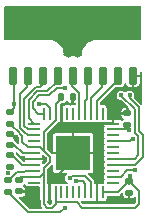
<source format=gbr>
%TF.GenerationSoftware,KiCad,Pcbnew,(6.0.8)*%
%TF.CreationDate,2022-12-19T21:27:52+01:00*%
%TF.ProjectId,Genna,47656e6e-612e-46b6-9963-61645f706362,rev?*%
%TF.SameCoordinates,Original*%
%TF.FileFunction,Copper,L2,Bot*%
%TF.FilePolarity,Positive*%
%FSLAX46Y46*%
G04 Gerber Fmt 4.6, Leading zero omitted, Abs format (unit mm)*
G04 Created by KiCad (PCBNEW (6.0.8)) date 2022-12-19 21:27:52*
%MOMM*%
%LPD*%
G01*
G04 APERTURE LIST*
G04 Aperture macros list*
%AMRoundRect*
0 Rectangle with rounded corners*
0 $1 Rounding radius*
0 $2 $3 $4 $5 $6 $7 $8 $9 X,Y pos of 4 corners*
0 Add a 4 corners polygon primitive as box body*
4,1,4,$2,$3,$4,$5,$6,$7,$8,$9,$2,$3,0*
0 Add four circle primitives for the rounded corners*
1,1,$1+$1,$2,$3*
1,1,$1+$1,$4,$5*
1,1,$1+$1,$6,$7*
1,1,$1+$1,$8,$9*
0 Add four rect primitives between the rounded corners*
20,1,$1+$1,$2,$3,$4,$5,0*
20,1,$1+$1,$4,$5,$6,$7,0*
20,1,$1+$1,$6,$7,$8,$9,0*
20,1,$1+$1,$8,$9,$2,$3,0*%
G04 Aperture macros list end*
%TA.AperFunction,SMDPad,CuDef*%
%ADD10RoundRect,0.135000X0.185000X-0.135000X0.185000X0.135000X-0.185000X0.135000X-0.185000X-0.135000X0*%
%TD*%
%TA.AperFunction,SMDPad,CuDef*%
%ADD11RoundRect,0.135000X-0.185000X0.135000X-0.185000X-0.135000X0.185000X-0.135000X0.185000X0.135000X0*%
%TD*%
%TA.AperFunction,SMDPad,CuDef*%
%ADD12RoundRect,0.140000X0.140000X0.170000X-0.140000X0.170000X-0.140000X-0.170000X0.140000X-0.170000X0*%
%TD*%
%TA.AperFunction,SMDPad,CuDef*%
%ADD13RoundRect,0.062500X-0.475000X-0.062500X0.475000X-0.062500X0.475000X0.062500X-0.475000X0.062500X0*%
%TD*%
%TA.AperFunction,SMDPad,CuDef*%
%ADD14RoundRect,0.062500X-0.062500X-0.475000X0.062500X-0.475000X0.062500X0.475000X-0.062500X0.475000X0*%
%TD*%
%TA.AperFunction,SMDPad,CuDef*%
%ADD15R,3.000000X3.000000*%
%TD*%
%TA.AperFunction,SMDPad,CuDef*%
%ADD16RoundRect,0.140000X-0.170000X0.140000X-0.170000X-0.140000X0.170000X-0.140000X0.170000X0.140000X0*%
%TD*%
%TA.AperFunction,SMDPad,CuDef*%
%ADD17RoundRect,0.187500X-0.187500X0.562500X-0.187500X-0.562500X0.187500X-0.562500X0.187500X0.562500X0*%
%TD*%
%TA.AperFunction,SMDPad,CuDef*%
%ADD18RoundRect,0.140000X0.170000X-0.140000X0.170000X0.140000X-0.170000X0.140000X-0.170000X-0.140000X0*%
%TD*%
%TA.AperFunction,ViaPad*%
%ADD19C,0.400000*%
%TD*%
%TA.AperFunction,Conductor*%
%ADD20C,0.150000*%
%TD*%
G04 APERTURE END LIST*
D10*
%TO.P,R2,1*%
%TO.N,Net-(J1-Pad3)*%
X129060000Y-82600000D03*
%TO.P,R2,2*%
%TO.N,Net-(R2-Pad2)*%
X129060000Y-81580000D03*
%TD*%
%TO.P,R3,1*%
%TO.N,+5V*%
X129080000Y-78880000D03*
%TO.P,R3,2*%
%TO.N,RST*%
X129080000Y-77860000D03*
%TD*%
D11*
%TO.P,R1,1*%
%TO.N,Net-(R1-Pad1)*%
X128920000Y-83630000D03*
%TO.P,R1,2*%
%TO.N,Net-(J1-Pad2)*%
X128920000Y-84650000D03*
%TD*%
D12*
%TO.P,C5,1*%
%TO.N,GND*%
X134380000Y-76600000D03*
%TO.P,C5,2*%
%TO.N,+5V*%
X133420000Y-76600000D03*
%TD*%
D13*
%TO.P,U1,1,PE6*%
%TO.N,unconnected-(U1-Pad1)*%
X131097500Y-83875000D03*
%TO.P,U1,2,UVCC*%
%TO.N,+5V*%
X131097500Y-83375000D03*
%TO.P,U1,3,D-*%
%TO.N,Net-(R1-Pad1)*%
X131097500Y-82875000D03*
%TO.P,U1,4,D+*%
%TO.N,Net-(R2-Pad2)*%
X131097500Y-82375000D03*
%TO.P,U1,5,UGND*%
%TO.N,GND*%
X131097500Y-81875000D03*
%TO.P,U1,6,UCAP*%
%TO.N,Net-(C1-Pad2)*%
X131097500Y-81375000D03*
%TO.P,U1,7,VBUS*%
%TO.N,+5V*%
X131097500Y-80875000D03*
%TO.P,U1,8,PB0*%
%TO.N,unconnected-(U1-Pad8)*%
X131097500Y-80375000D03*
%TO.P,U1,9,PB1*%
%TO.N,SCK*%
X131097500Y-79875000D03*
%TO.P,U1,10,PB2*%
%TO.N,MOSI*%
X131097500Y-79375000D03*
%TO.P,U1,11,PB3*%
%TO.N,MISO*%
X131097500Y-78875000D03*
D14*
%TO.P,U1,12,PB7*%
%TO.N,11*%
X131935000Y-78037500D03*
%TO.P,U1,13,~{RESET}*%
%TO.N,RST*%
X132435000Y-78037500D03*
%TO.P,U1,14,VCC*%
%TO.N,+5V*%
X132935000Y-78037500D03*
%TO.P,U1,15,GND*%
%TO.N,GND*%
X133435000Y-78037500D03*
%TO.P,U1,16,XTAL2*%
%TO.N,unconnected-(U1-Pad16)*%
X133935000Y-78037500D03*
%TO.P,U1,17,XTAL1*%
%TO.N,unconnected-(U1-Pad17)*%
X134435000Y-78037500D03*
%TO.P,U1,18,PD0*%
%TO.N,3{slash}SCL*%
X134935000Y-78037500D03*
%TO.P,U1,19,PD1*%
%TO.N,2{slash}SDA*%
X135435000Y-78037500D03*
%TO.P,U1,20,PD2*%
%TO.N,0{slash}RX*%
X135935000Y-78037500D03*
%TO.P,U1,21,PD3*%
%TO.N,1{slash}TX*%
X136435000Y-78037500D03*
%TO.P,U1,22,PD5*%
%TO.N,unconnected-(U1-Pad22)*%
X136935000Y-78037500D03*
D13*
%TO.P,U1,23,GND*%
%TO.N,GND*%
X137772500Y-78875000D03*
%TO.P,U1,24,AVCC*%
%TO.N,+5V*%
X137772500Y-79375000D03*
%TO.P,U1,25,PD4*%
%TO.N,unconnected-(U1-Pad25)*%
X137772500Y-79875000D03*
%TO.P,U1,26,PD6*%
%TO.N,12*%
X137772500Y-80375000D03*
%TO.P,U1,27,PD7*%
%TO.N,unconnected-(U1-Pad27)*%
X137772500Y-80875000D03*
%TO.P,U1,28,PB4*%
%TO.N,unconnected-(U1-Pad28)*%
X137772500Y-81375000D03*
%TO.P,U1,29,PB5*%
%TO.N,9*%
X137772500Y-81875000D03*
%TO.P,U1,30,PB6*%
%TO.N,10*%
X137772500Y-82375000D03*
%TO.P,U1,31,PC6*%
%TO.N,unconnected-(U1-Pad31)*%
X137772500Y-82875000D03*
%TO.P,U1,32,PC7*%
%TO.N,13*%
X137772500Y-83375000D03*
%TO.P,U1,33,~{HWB}/PE2*%
%TO.N,unconnected-(U1-Pad33)*%
X137772500Y-83875000D03*
D14*
%TO.P,U1,34,VCC*%
%TO.N,+5V*%
X136935000Y-84712500D03*
%TO.P,U1,35,GND*%
%TO.N,GND*%
X136435000Y-84712500D03*
%TO.P,U1,36,PF7*%
%TO.N,A0*%
X135935000Y-84712500D03*
%TO.P,U1,37,PF6*%
%TO.N,A1*%
X135435000Y-84712500D03*
%TO.P,U1,38,PF5*%
%TO.N,unconnected-(U1-Pad38)*%
X134935000Y-84712500D03*
%TO.P,U1,39,PF4*%
%TO.N,unconnected-(U1-Pad39)*%
X134435000Y-84712500D03*
%TO.P,U1,40,PF1*%
%TO.N,unconnected-(U1-Pad40)*%
X133935000Y-84712500D03*
%TO.P,U1,41,PF0*%
%TO.N,unconnected-(U1-Pad41)*%
X133435000Y-84712500D03*
%TO.P,U1,42,AREF*%
%TO.N,+5V*%
X132935000Y-84712500D03*
%TO.P,U1,43,GND*%
%TO.N,GND*%
X132435000Y-84712500D03*
%TO.P,U1,44,AVCC*%
%TO.N,+5V*%
X131935000Y-84712500D03*
D15*
%TO.P,U1,45,GND*%
%TO.N,GND*%
X134435000Y-81375000D03*
%TD*%
D16*
%TO.P,C4,1*%
%TO.N,GND*%
X139020000Y-78020000D03*
%TO.P,C4,2*%
%TO.N,+5V*%
X139020000Y-78980000D03*
%TD*%
D17*
%TO.P,J2,1,Pin_1*%
%TO.N,RST*%
X129315000Y-74850000D03*
%TO.P,J2,2,Pin_2*%
%TO.N,SCK*%
X130585000Y-74850000D03*
%TO.P,J2,3,Pin_3*%
%TO.N,MOSI*%
X131855000Y-74850000D03*
%TO.P,J2,4,Pin_4*%
%TO.N,MISO*%
X133125000Y-74850000D03*
%TO.P,J2,5,Pin_5*%
%TO.N,3{slash}SCL*%
X134395000Y-74850000D03*
%TO.P,J2,6,Pin_6*%
%TO.N,2{slash}SDA*%
X135665000Y-74850000D03*
%TO.P,J2,7,Pin_7*%
%TO.N,0{slash}RX*%
X136935000Y-74850000D03*
%TO.P,J2,8,Pin_8*%
%TO.N,1{slash}TX*%
X138205000Y-74850000D03*
%TO.P,J2,9,Pin_9*%
%TO.N,GND*%
X139475000Y-74850000D03*
%TD*%
D18*
%TO.P,C2,1*%
%TO.N,GND*%
X129850000Y-84630000D03*
%TO.P,C2,2*%
%TO.N,+5V*%
X129850000Y-83670000D03*
%TD*%
%TO.P,C3,1*%
%TO.N,GND*%
X139150000Y-84730000D03*
%TO.P,C3,2*%
%TO.N,+5V*%
X139150000Y-83770000D03*
%TD*%
D16*
%TO.P,C1,1*%
%TO.N,GND*%
X129070000Y-79770000D03*
%TO.P,C1,2*%
%TO.N,Net-(C1-Pad2)*%
X129070000Y-80730000D03*
%TD*%
D19*
%TO.N,Net-(J1-Pad3)*%
X128908829Y-83031676D03*
%TO.N,Net-(J1-Pad2)*%
X133700000Y-86000000D03*
%TO.N,GND*%
X132460500Y-85534822D03*
X129500000Y-80050000D03*
X131460500Y-85500000D03*
X140035523Y-75864477D03*
X132013553Y-81911947D03*
X139525500Y-85500000D03*
%TO.N,+5V*%
X139224120Y-83323622D03*
X139120322Y-79400000D03*
%TO.N,RST*%
X129400000Y-77200000D03*
X131499874Y-77219874D03*
%TO.N,9*%
X138500000Y-76500000D03*
%TO.N,10*%
X139200000Y-76470355D03*
%TO.N,11*%
X133750000Y-75835820D03*
%TO.N,12*%
X139469822Y-80150000D03*
%TO.N,A1*%
X134660818Y-83770000D03*
%TO.N,A0*%
X134120000Y-83500000D03*
%TO.N,13*%
X139653965Y-82849122D03*
%TD*%
D20*
%TO.N,Net-(J1-Pad2)*%
X130629822Y-86359822D02*
X128920000Y-84650000D01*
X133340178Y-86359822D02*
X130629822Y-86359822D01*
X133700000Y-86000000D02*
X133340178Y-86359822D01*
%TO.N,GND*%
X134435000Y-81375000D02*
X134435000Y-81965000D01*
X134435000Y-81965000D02*
X133090000Y-83310000D01*
%TO.N,Net-(C1-Pad2)*%
X129450000Y-80690000D02*
X130135000Y-81375000D01*
X129070000Y-80690000D02*
X129450000Y-80690000D01*
X130135000Y-81375000D02*
X131097500Y-81375000D01*
%TO.N,+5V*%
X129080000Y-78880000D02*
X129097755Y-78880000D01*
X131935000Y-83087652D02*
X131647652Y-83375000D01*
X129935000Y-79717245D02*
X129935000Y-79722271D01*
X133420000Y-76600000D02*
X133420000Y-76780000D01*
X139150000Y-83770000D02*
X140000500Y-84620500D01*
X132935000Y-85732074D02*
X132657252Y-86009822D01*
X131935000Y-81162348D02*
X131935000Y-79552297D01*
X132210305Y-81436947D02*
X132488553Y-81715195D01*
X129800000Y-83620000D02*
X130045000Y-83375000D01*
X132247030Y-86009822D02*
X131935000Y-85697792D01*
X139095322Y-79375000D02*
X137772500Y-79375000D01*
X139697252Y-86000000D02*
X135200000Y-86000000D01*
X131935000Y-82662252D02*
X131935000Y-83087652D01*
X139120322Y-79400000D02*
X139095322Y-79375000D01*
X132488553Y-82108699D02*
X131935000Y-82662252D01*
X131097500Y-80875000D02*
X131647652Y-80875000D01*
X136935000Y-84712500D02*
X138207500Y-84712500D01*
X129935000Y-79722271D02*
X130110000Y-79897271D01*
X133420000Y-76780000D02*
X132935000Y-77265000D01*
X132935000Y-84712500D02*
X132935000Y-85732074D01*
X139224120Y-83867004D02*
X139170000Y-83921124D01*
X132935000Y-77265000D02*
X132935000Y-78037500D01*
X131935000Y-84712500D02*
X131935000Y-83087652D01*
X139224120Y-83323622D02*
X139224120Y-83867004D01*
X130110000Y-79897271D02*
X130110000Y-80402297D01*
X131647652Y-80875000D02*
X131935000Y-81162348D01*
X132935000Y-78552297D02*
X132935000Y-78037500D01*
X130110000Y-80402297D02*
X130582703Y-80875000D01*
X129097755Y-78880000D02*
X129935000Y-79717245D01*
X131935000Y-81162348D02*
X132209599Y-81436947D01*
X131935000Y-79552297D02*
X132935000Y-78552297D01*
X130582703Y-80875000D02*
X131097500Y-80875000D01*
X131935000Y-85697792D02*
X131935000Y-84712500D01*
X135200000Y-86000000D02*
X134725000Y-85525000D01*
X132657252Y-86009822D02*
X132247030Y-86009822D01*
X132209599Y-81436947D02*
X132210305Y-81436947D01*
X140000500Y-84620500D02*
X140000500Y-85696752D01*
X138207500Y-84712500D02*
X139150000Y-83770000D01*
X132488553Y-81715195D02*
X132488553Y-82108699D01*
X130045000Y-83375000D02*
X131097500Y-83375000D01*
X140000500Y-85696752D02*
X139697252Y-86000000D01*
X131647652Y-83375000D02*
X131097500Y-83375000D01*
X139224120Y-83867004D02*
X139130000Y-83961124D01*
X134725000Y-85525000D02*
X133000000Y-85525000D01*
%TO.N,Net-(R1-Pad1)*%
X130325000Y-82875000D02*
X130230000Y-82970000D01*
X128981551Y-83630000D02*
X128920000Y-83630000D01*
X129641551Y-82970000D02*
X128981551Y-83630000D01*
X130230000Y-82970000D02*
X129641551Y-82970000D01*
X131097500Y-82875000D02*
X130325000Y-82875000D01*
%TO.N,Net-(R2-Pad2)*%
X130075000Y-82375000D02*
X131097500Y-82375000D01*
X129060000Y-81580000D02*
X129280000Y-81580000D01*
X129280000Y-81580000D02*
X130075000Y-82375000D01*
%TO.N,RST*%
X129375000Y-77175000D02*
X129375000Y-74990320D01*
X131499874Y-77219874D02*
X132132171Y-77219874D01*
X129400000Y-77200000D02*
X129375000Y-77175000D01*
X132132171Y-77219874D02*
X132435000Y-77522703D01*
X132435000Y-77522703D02*
X132435000Y-78037500D01*
X129375000Y-74990320D02*
X129259680Y-74875000D01*
X129400000Y-77540000D02*
X129080000Y-77860000D01*
X129400000Y-77200000D02*
X129400000Y-77540000D01*
%TO.N,SCK*%
X130285000Y-79572271D02*
X130285000Y-79577297D01*
X130529680Y-75745320D02*
X129935000Y-76340000D01*
X130582703Y-79875000D02*
X131097500Y-79875000D01*
X129935000Y-76340000D02*
X129935000Y-79222271D01*
X130529680Y-74875000D02*
X130529680Y-75745320D01*
X130285000Y-79577297D02*
X130582703Y-79875000D01*
X129935000Y-79222271D02*
X130285000Y-79572271D01*
%TO.N,MOSI*%
X130285000Y-76773754D02*
X130285000Y-79077297D01*
X131799680Y-74875000D02*
X131799680Y-75600320D01*
X130285000Y-79077297D02*
X130582703Y-79375000D01*
X131799680Y-75600320D02*
X131600000Y-75800000D01*
X131258753Y-75800000D02*
X130285000Y-76773754D01*
X130582703Y-79375000D02*
X131097500Y-79375000D01*
X131600000Y-75800000D02*
X131258753Y-75800000D01*
%TO.N,MISO*%
X131403728Y-76150000D02*
X130670000Y-76883728D01*
X130670000Y-78447500D02*
X131097500Y-78875000D01*
X133069680Y-74875000D02*
X133069680Y-75330320D01*
X133069680Y-75330320D02*
X132250000Y-76150000D01*
X130670000Y-76883728D02*
X130670000Y-78447500D01*
X132250000Y-76150000D02*
X131403728Y-76150000D01*
%TO.N,3{slash}SCL*%
X134339680Y-75662781D02*
X134339680Y-74875000D01*
X134935000Y-78037500D02*
X134935000Y-76258101D01*
X134935000Y-76258101D02*
X134339680Y-75662781D01*
%TO.N,2{slash}SDA*%
X135600000Y-74884680D02*
X135609680Y-74875000D01*
X135435000Y-78037500D02*
X135435000Y-76999315D01*
X135600000Y-76834315D02*
X135600000Y-74884680D01*
X135435000Y-76999315D02*
X135600000Y-76834315D01*
%TO.N,0{slash}RX*%
X135935000Y-78037500D02*
X135935000Y-76994290D01*
X135950000Y-76700000D02*
X136879680Y-75770320D01*
X136879680Y-75770320D02*
X136879680Y-74875000D01*
X135950000Y-76979290D02*
X135950000Y-76700000D01*
X135935000Y-76994290D02*
X135950000Y-76979290D01*
%TO.N,1{slash}TX*%
X136435000Y-78037500D02*
X136435000Y-76973754D01*
X136435000Y-76973754D02*
X138149680Y-75259074D01*
X138149680Y-75259074D02*
X138149680Y-74875000D01*
%TO.N,9*%
X139944822Y-79953248D02*
X139944822Y-81555178D01*
X138500000Y-76500000D02*
X138500000Y-76512959D01*
X138500000Y-76512959D02*
X139650000Y-77662959D01*
X139650000Y-77662959D02*
X139650000Y-79658426D01*
X139650000Y-79658426D02*
X139944822Y-79953248D01*
X139625000Y-81875000D02*
X137772500Y-81875000D01*
X139944822Y-81555178D02*
X139625000Y-81875000D01*
%TO.N,10*%
X139200000Y-76470355D02*
X139200000Y-76717985D01*
X140294822Y-81715178D02*
X139635000Y-82375000D01*
X140000000Y-77517985D02*
X140000000Y-79513452D01*
X139200000Y-76717985D02*
X140000000Y-77517985D01*
X140294822Y-79808274D02*
X140294822Y-81715178D01*
X139635000Y-82375000D02*
X137772500Y-82375000D01*
X140000000Y-79513452D02*
X140294822Y-79808274D01*
%TO.N,11*%
X131487500Y-78037500D02*
X131935000Y-78037500D01*
X131548702Y-76500000D02*
X131020000Y-77028702D01*
X133710820Y-75875000D02*
X133036864Y-75875000D01*
X132411864Y-76500000D02*
X131548702Y-76500000D01*
X133750000Y-75835820D02*
X133710820Y-75875000D01*
X133036864Y-75875000D02*
X132411864Y-76500000D01*
X131020000Y-77570000D02*
X131487500Y-78037500D01*
X131020000Y-77028702D02*
X131020000Y-77570000D01*
%TO.N,12*%
X139469822Y-80150000D02*
X139244822Y-80375000D01*
X139244822Y-80375000D02*
X137772500Y-80375000D01*
%TO.N,A1*%
X135250000Y-83770000D02*
X135435000Y-83955000D01*
X135435000Y-83955000D02*
X135435000Y-84712500D01*
X134660818Y-83770000D02*
X135250000Y-83770000D01*
%TO.N,A0*%
X135425000Y-83295000D02*
X135935000Y-83805000D01*
X134120000Y-83500000D02*
X134325000Y-83295000D01*
X134325000Y-83295000D02*
X135425000Y-83295000D01*
X135935000Y-83805000D02*
X135935000Y-84712500D01*
%TO.N,13*%
X138977421Y-82849122D02*
X138451543Y-83375000D01*
X138451543Y-83375000D02*
X137772500Y-83375000D01*
X139653965Y-82849122D02*
X138977421Y-82849122D01*
%TD*%
%TA.AperFunction,NonConductor*%
G36*
X140158691Y-68919407D02*
G01*
X140194655Y-68968907D01*
X140199500Y-68999500D01*
X140199500Y-71700500D01*
X140180593Y-71758691D01*
X140131093Y-71794655D01*
X140100500Y-71799500D01*
X136434281Y-71799500D01*
X136411926Y-71796943D01*
X136411565Y-71796859D01*
X136400718Y-71794345D01*
X136400000Y-71794344D01*
X136397328Y-71794954D01*
X136395894Y-71794659D01*
X136395947Y-71795269D01*
X136190739Y-71813222D01*
X136186565Y-71814341D01*
X136186562Y-71814341D01*
X135992008Y-71866472D01*
X135987836Y-71867590D01*
X135797457Y-71956365D01*
X135625386Y-72076851D01*
X135476851Y-72225386D01*
X135356365Y-72397457D01*
X135267590Y-72587836D01*
X135213222Y-72790739D01*
X135194914Y-73000000D01*
X135198692Y-73043177D01*
X135184929Y-73102793D01*
X135138753Y-73142934D01*
X135114788Y-73149705D01*
X135112492Y-73150050D01*
X135023359Y-73163450D01*
X135023357Y-73163451D01*
X135016038Y-73164551D01*
X135009367Y-73167754D01*
X135009365Y-73167755D01*
X134965877Y-73188638D01*
X134893921Y-73223191D01*
X134845114Y-73268307D01*
X134789550Y-73293923D01*
X134729541Y-73281986D01*
X134714022Y-73270617D01*
X134711872Y-73267890D01*
X134705785Y-73263683D01*
X134705784Y-73263682D01*
X134642564Y-73219989D01*
X134600431Y-73190869D01*
X134471270Y-73150020D01*
X134464663Y-73149500D01*
X134366150Y-73149500D01*
X134341686Y-73153178D01*
X134273359Y-73163450D01*
X134273357Y-73163451D01*
X134266038Y-73164551D01*
X134259367Y-73167754D01*
X134259365Y-73167755D01*
X134215877Y-73188638D01*
X134143921Y-73223191D01*
X134095114Y-73268307D01*
X134039550Y-73293923D01*
X133979541Y-73281986D01*
X133964022Y-73270617D01*
X133961872Y-73267890D01*
X133955785Y-73263683D01*
X133955784Y-73263682D01*
X133892564Y-73219989D01*
X133850431Y-73190869D01*
X133721270Y-73150020D01*
X133714663Y-73149500D01*
X133700046Y-73149500D01*
X133641855Y-73130593D01*
X133605891Y-73081093D01*
X133601423Y-73041872D01*
X133604709Y-73004310D01*
X133604709Y-73004307D01*
X133605086Y-73000000D01*
X133586778Y-72790739D01*
X133532410Y-72587836D01*
X133443635Y-72397457D01*
X133323149Y-72225386D01*
X133174614Y-72076851D01*
X133002543Y-71956365D01*
X132812164Y-71867590D01*
X132807992Y-71866472D01*
X132613438Y-71814341D01*
X132613435Y-71814341D01*
X132609261Y-71813222D01*
X132405096Y-71795360D01*
X132405125Y-71795027D01*
X132403939Y-71795092D01*
X132400718Y-71794345D01*
X132400000Y-71794344D01*
X132394548Y-71795588D01*
X132394545Y-71795588D01*
X132388266Y-71797020D01*
X132366248Y-71799500D01*
X128699500Y-71799500D01*
X128641309Y-71780593D01*
X128605345Y-71731093D01*
X128600500Y-71700500D01*
X128600500Y-68999500D01*
X128619407Y-68941309D01*
X128668907Y-68905345D01*
X128699500Y-68900500D01*
X140100500Y-68900500D01*
X140158691Y-68919407D01*
G37*
%TD.AperFunction*%
%TA.AperFunction,Conductor*%
%TO.N,GND*%
G36*
X130368736Y-84033314D02*
G01*
X130376695Y-84043013D01*
X130402743Y-84081996D01*
X130432888Y-84127112D01*
X130438132Y-84130616D01*
X130458121Y-84143972D01*
X130519883Y-84185240D01*
X130526064Y-84186469D01*
X130526065Y-84186470D01*
X130593511Y-84199886D01*
X130593513Y-84199886D01*
X130596599Y-84200500D01*
X130652849Y-84200500D01*
X131545500Y-84200499D01*
X131590755Y-84219244D01*
X131609500Y-84264499D01*
X131609501Y-84742729D01*
X131609501Y-85213400D01*
X131624760Y-85290117D01*
X131628261Y-85295357D01*
X131628263Y-85295361D01*
X131648714Y-85325968D01*
X131659500Y-85361524D01*
X131659500Y-85664358D01*
X131658270Y-85676843D01*
X131654103Y-85697792D01*
X131659500Y-85724924D01*
X131659500Y-85724925D01*
X131675485Y-85805287D01*
X131694804Y-85834200D01*
X131720312Y-85872374D01*
X131736376Y-85896416D01*
X131754136Y-85908283D01*
X131763834Y-85916242D01*
X131822659Y-85975067D01*
X131841404Y-86020322D01*
X131822659Y-86065577D01*
X131777404Y-86084322D01*
X130770448Y-86084322D01*
X130725193Y-86065577D01*
X129878871Y-85219255D01*
X129860126Y-85174000D01*
X129878871Y-85128745D01*
X129924126Y-85110000D01*
X130057740Y-85110000D01*
X130061926Y-85109725D01*
X130104499Y-85104120D01*
X130113794Y-85101412D01*
X130212951Y-85055173D01*
X130221982Y-85048850D01*
X130298850Y-84971982D01*
X130305173Y-84962951D01*
X130351412Y-84863794D01*
X130354120Y-84854499D01*
X130359725Y-84811926D01*
X130360000Y-84807740D01*
X130360000Y-84742729D01*
X130356272Y-84733728D01*
X130347271Y-84730000D01*
X129814000Y-84730000D01*
X129768745Y-84711255D01*
X129750000Y-84666000D01*
X129750000Y-84594000D01*
X129768745Y-84548745D01*
X129814000Y-84530000D01*
X130347271Y-84530000D01*
X130356272Y-84526272D01*
X130360000Y-84517271D01*
X130360000Y-84452261D01*
X130359725Y-84448074D01*
X130354120Y-84405501D01*
X130351412Y-84396206D01*
X130305173Y-84297049D01*
X130298850Y-84288018D01*
X130221982Y-84211150D01*
X130209965Y-84202735D01*
X130183647Y-84161422D01*
X130194250Y-84113600D01*
X130209965Y-84097885D01*
X130213243Y-84095589D01*
X130218316Y-84093224D01*
X130278226Y-84033314D01*
X130323481Y-84014569D01*
X130368736Y-84033314D01*
G37*
%TD.AperFunction*%
%TA.AperFunction,Conductor*%
G36*
X132716255Y-82361123D02*
G01*
X132735000Y-82406378D01*
X132735000Y-82891551D01*
X132735614Y-82897786D01*
X132745374Y-82946854D01*
X132750106Y-82958277D01*
X132787304Y-83013948D01*
X132796052Y-83022696D01*
X132851723Y-83059894D01*
X132863146Y-83064626D01*
X132912214Y-83074386D01*
X132918449Y-83075000D01*
X133824098Y-83075000D01*
X133869353Y-83093745D01*
X133888098Y-83139000D01*
X133869353Y-83184255D01*
X133791950Y-83261658D01*
X133734354Y-83374696D01*
X133714508Y-83500000D01*
X133734354Y-83625304D01*
X133791950Y-83738342D01*
X133881658Y-83828050D01*
X133902038Y-83838434D01*
X133931561Y-83853477D01*
X133963373Y-83890725D01*
X133959529Y-83939557D01*
X133922281Y-83971369D01*
X133902507Y-83974501D01*
X133846600Y-83974501D01*
X133769883Y-83989760D01*
X133764639Y-83993264D01*
X133720556Y-84022719D01*
X133672514Y-84032275D01*
X133649444Y-84022719D01*
X133605361Y-83993264D01*
X133600117Y-83989760D01*
X133593936Y-83988531D01*
X133593935Y-83988530D01*
X133526489Y-83975114D01*
X133526487Y-83975114D01*
X133523401Y-83974500D01*
X133435029Y-83974500D01*
X133346600Y-83974501D01*
X133269883Y-83989760D01*
X133264639Y-83993264D01*
X133220556Y-84022719D01*
X133172514Y-84032275D01*
X133149444Y-84022719D01*
X133105361Y-83993264D01*
X133100117Y-83989760D01*
X133093936Y-83988531D01*
X133093935Y-83988530D01*
X133026489Y-83975114D01*
X133026487Y-83975114D01*
X133023401Y-83974500D01*
X132935029Y-83974500D01*
X132846600Y-83974501D01*
X132769883Y-83989760D01*
X132720106Y-84023020D01*
X132672067Y-84032575D01*
X132648995Y-84023019D01*
X132605165Y-83993733D01*
X132593738Y-83989000D01*
X132547486Y-83979800D01*
X132537930Y-83981700D01*
X132535000Y-83986086D01*
X132535000Y-85434955D01*
X132538728Y-85443956D01*
X132543599Y-85445973D01*
X132583014Y-85438133D01*
X132631056Y-85447689D01*
X132658270Y-85488417D01*
X132659500Y-85500903D01*
X132659500Y-85591448D01*
X132640755Y-85636703D01*
X132561881Y-85715577D01*
X132516626Y-85734322D01*
X132387656Y-85734322D01*
X132342401Y-85715577D01*
X132229245Y-85602421D01*
X132210500Y-85557166D01*
X132210500Y-85500903D01*
X132229245Y-85455648D01*
X132274500Y-85436903D01*
X132286986Y-85438133D01*
X132322514Y-85445200D01*
X132332070Y-85443300D01*
X132335000Y-85438914D01*
X132335000Y-83990045D01*
X132331272Y-83981044D01*
X132326401Y-83979027D01*
X132286986Y-83986867D01*
X132238944Y-83977311D01*
X132211730Y-83936583D01*
X132210500Y-83924097D01*
X132210500Y-83121082D01*
X132211730Y-83108597D01*
X132214666Y-83093836D01*
X132215896Y-83087652D01*
X132211730Y-83066707D01*
X132210500Y-83054222D01*
X132210500Y-82802878D01*
X132229245Y-82757623D01*
X132625745Y-82361123D01*
X132671000Y-82342378D01*
X132716255Y-82361123D01*
G37*
%TD.AperFunction*%
%TA.AperFunction,Conductor*%
G36*
X140159255Y-74472094D02*
G01*
X140230755Y-74543594D01*
X140249500Y-74588849D01*
X140249500Y-77223359D01*
X140230755Y-77268614D01*
X140185500Y-77287359D01*
X140140245Y-77268614D01*
X139578575Y-76706944D01*
X139559830Y-76661689D01*
X139566805Y-76632636D01*
X139585646Y-76595659D01*
X139605492Y-76470355D01*
X139585646Y-76345051D01*
X139528050Y-76232013D01*
X139438342Y-76142305D01*
X139325304Y-76084709D01*
X139200000Y-76064863D01*
X139074696Y-76084709D01*
X138961658Y-76142305D01*
X138880431Y-76223532D01*
X138835178Y-76242276D01*
X138789923Y-76223531D01*
X138738342Y-76171950D01*
X138625304Y-76114354D01*
X138500000Y-76094508D01*
X138374696Y-76114354D01*
X138261658Y-76171950D01*
X138171950Y-76261658D01*
X138114354Y-76374696D01*
X138094508Y-76500000D01*
X138114354Y-76625304D01*
X138171950Y-76738342D01*
X138261658Y-76828050D01*
X138374696Y-76885646D01*
X138413703Y-76891824D01*
X138482927Y-76902788D01*
X138518170Y-76920745D01*
X139101255Y-77503830D01*
X139120000Y-77549085D01*
X139120000Y-78056000D01*
X139101255Y-78101255D01*
X139056000Y-78120000D01*
X138522729Y-78120000D01*
X138513728Y-78123728D01*
X138510000Y-78132729D01*
X138510000Y-78197740D01*
X138510275Y-78201926D01*
X138515880Y-78244499D01*
X138518588Y-78253794D01*
X138564827Y-78352951D01*
X138571150Y-78361982D01*
X138648018Y-78438850D01*
X138660035Y-78447265D01*
X138686353Y-78488578D01*
X138675750Y-78536400D01*
X138660035Y-78552115D01*
X138656757Y-78554411D01*
X138651684Y-78556776D01*
X138566776Y-78641684D01*
X138564411Y-78646757D01*
X138561197Y-78651346D01*
X138558637Y-78649553D01*
X138530309Y-78675491D01*
X138481373Y-78673337D01*
X138455228Y-78650899D01*
X138440256Y-78628491D01*
X138431511Y-78619746D01*
X138355165Y-78568733D01*
X138343738Y-78564000D01*
X138276444Y-78550614D01*
X138270209Y-78550000D01*
X137885229Y-78550000D01*
X137876228Y-78553728D01*
X137872500Y-78562729D01*
X137872500Y-78911000D01*
X137853755Y-78956255D01*
X137808500Y-78975000D01*
X137050045Y-78975000D01*
X137041044Y-78978728D01*
X137039026Y-78983599D01*
X137049000Y-79033738D01*
X137053733Y-79045165D01*
X137083019Y-79088995D01*
X137092575Y-79137038D01*
X137083021Y-79160104D01*
X137049760Y-79209883D01*
X137034500Y-79286599D01*
X137034501Y-79463400D01*
X137049760Y-79540117D01*
X137053264Y-79545361D01*
X137082719Y-79589444D01*
X137092275Y-79637486D01*
X137082719Y-79660556D01*
X137049760Y-79709883D01*
X137048531Y-79716064D01*
X137048530Y-79716065D01*
X137035114Y-79783510D01*
X137034500Y-79786599D01*
X137034501Y-79963400D01*
X137049760Y-80040117D01*
X137053264Y-80045361D01*
X137082719Y-80089444D01*
X137092275Y-80137486D01*
X137082719Y-80160556D01*
X137049760Y-80209883D01*
X137048531Y-80216064D01*
X137048530Y-80216065D01*
X137041879Y-80249501D01*
X137034500Y-80286599D01*
X137034501Y-80463400D01*
X137049760Y-80540117D01*
X137053264Y-80545361D01*
X137082719Y-80589444D01*
X137092275Y-80637486D01*
X137082719Y-80660556D01*
X137049760Y-80709883D01*
X137034500Y-80786599D01*
X137034501Y-80963400D01*
X137049760Y-81040117D01*
X137053264Y-81045361D01*
X137082719Y-81089444D01*
X137092275Y-81137486D01*
X137082719Y-81160556D01*
X137049760Y-81209883D01*
X137048531Y-81216064D01*
X137048530Y-81216065D01*
X137039339Y-81262271D01*
X137034500Y-81286599D01*
X137034501Y-81463400D01*
X137049760Y-81540117D01*
X137053264Y-81545361D01*
X137082719Y-81589444D01*
X137092275Y-81637486D01*
X137082719Y-81660556D01*
X137049760Y-81709883D01*
X137048531Y-81716064D01*
X137048530Y-81716065D01*
X137037549Y-81771272D01*
X137034500Y-81786599D01*
X137034501Y-81963400D01*
X137049760Y-82040117D01*
X137053264Y-82045361D01*
X137082719Y-82089444D01*
X137092275Y-82137486D01*
X137082719Y-82160556D01*
X137063117Y-82189893D01*
X137049760Y-82209883D01*
X137048531Y-82216064D01*
X137048530Y-82216065D01*
X137035114Y-82283511D01*
X137034500Y-82286599D01*
X137034501Y-82463400D01*
X137049760Y-82540117D01*
X137053264Y-82545361D01*
X137082719Y-82589444D01*
X137092275Y-82637486D01*
X137082719Y-82660556D01*
X137082418Y-82661007D01*
X137049760Y-82709883D01*
X137048531Y-82716064D01*
X137048530Y-82716065D01*
X137036535Y-82776368D01*
X137034500Y-82786599D01*
X137034501Y-82963400D01*
X137049760Y-83040117D01*
X137053264Y-83045361D01*
X137082719Y-83089444D01*
X137092275Y-83137486D01*
X137082719Y-83160556D01*
X137049760Y-83209883D01*
X137048531Y-83216064D01*
X137048530Y-83216065D01*
X137039461Y-83261658D01*
X137034500Y-83286599D01*
X137034501Y-83463400D01*
X137049760Y-83540117D01*
X137053264Y-83545361D01*
X137082719Y-83589444D01*
X137092275Y-83637486D01*
X137082719Y-83660556D01*
X137075644Y-83671145D01*
X137049760Y-83709883D01*
X137048531Y-83716064D01*
X137048530Y-83716065D01*
X137035114Y-83783510D01*
X137034500Y-83786599D01*
X137034501Y-83872285D01*
X137034501Y-83910499D01*
X137015756Y-83955754D01*
X136970502Y-83974500D01*
X136856533Y-83974501D01*
X136846600Y-83974501D01*
X136769883Y-83989760D01*
X136720106Y-84023020D01*
X136672067Y-84032575D01*
X136648995Y-84023019D01*
X136605165Y-83993733D01*
X136593738Y-83989000D01*
X136547486Y-83979800D01*
X136537930Y-83981700D01*
X136535000Y-83986086D01*
X136535000Y-85434955D01*
X136538728Y-85443956D01*
X136543599Y-85445974D01*
X136593738Y-85436000D01*
X136605165Y-85431267D01*
X136648995Y-85401981D01*
X136697038Y-85392425D01*
X136720104Y-85401979D01*
X136769883Y-85435240D01*
X136776064Y-85436469D01*
X136776065Y-85436470D01*
X136843511Y-85449886D01*
X136843513Y-85449886D01*
X136846599Y-85450500D01*
X136934971Y-85450500D01*
X137023400Y-85450499D01*
X137100117Y-85435240D01*
X137187112Y-85377112D01*
X137245240Y-85290117D01*
X137260500Y-85213401D01*
X137260500Y-85052000D01*
X137279245Y-85006745D01*
X137324500Y-84988000D01*
X138174066Y-84988000D01*
X138186551Y-84989230D01*
X138207500Y-84993397D01*
X138234632Y-84988000D01*
X138234635Y-84988000D01*
X138278602Y-84979254D01*
X138314995Y-84972015D01*
X138356965Y-84943971D01*
X138383122Y-84926494D01*
X138383123Y-84926493D01*
X138406124Y-84911124D01*
X138417991Y-84893364D01*
X138425950Y-84883666D01*
X138530745Y-84778871D01*
X138576000Y-84760126D01*
X138621255Y-84778871D01*
X138640000Y-84824126D01*
X138640000Y-84907740D01*
X138640275Y-84911926D01*
X138645880Y-84954499D01*
X138648588Y-84963794D01*
X138694827Y-85062951D01*
X138701150Y-85071982D01*
X138778018Y-85148850D01*
X138787049Y-85155173D01*
X138886206Y-85201412D01*
X138895501Y-85204120D01*
X138938074Y-85209725D01*
X138942260Y-85210000D01*
X139037271Y-85210000D01*
X139046272Y-85206272D01*
X139050000Y-85197271D01*
X139050000Y-84694000D01*
X139068745Y-84648745D01*
X139114000Y-84630000D01*
X139186000Y-84630000D01*
X139231255Y-84648745D01*
X139250000Y-84694000D01*
X139250000Y-85197271D01*
X139253728Y-85206272D01*
X139262729Y-85210000D01*
X139357740Y-85210000D01*
X139361926Y-85209725D01*
X139404499Y-85204120D01*
X139413794Y-85201412D01*
X139512951Y-85155173D01*
X139521982Y-85148850D01*
X139598850Y-85071982D01*
X139608387Y-85058362D01*
X139611057Y-85060232D01*
X139639120Y-85034525D01*
X139688057Y-85036670D01*
X139721144Y-85072789D01*
X139725000Y-85094669D01*
X139725000Y-85556126D01*
X139706255Y-85601381D01*
X139601881Y-85705755D01*
X139556626Y-85724500D01*
X135340626Y-85724500D01*
X135295371Y-85705755D01*
X135110144Y-85520528D01*
X135091399Y-85475273D01*
X135110144Y-85430018D01*
X135119833Y-85422066D01*
X135149446Y-85402280D01*
X135197487Y-85392725D01*
X135220557Y-85402281D01*
X135269883Y-85435240D01*
X135276064Y-85436469D01*
X135276065Y-85436470D01*
X135343511Y-85449886D01*
X135343513Y-85449886D01*
X135346599Y-85450500D01*
X135434971Y-85450500D01*
X135523400Y-85450499D01*
X135600117Y-85435240D01*
X135649443Y-85402281D01*
X135697486Y-85392725D01*
X135720557Y-85402281D01*
X135769883Y-85435240D01*
X135776064Y-85436469D01*
X135776065Y-85436470D01*
X135843511Y-85449886D01*
X135843513Y-85449886D01*
X135846599Y-85450500D01*
X135934971Y-85450500D01*
X136023400Y-85450499D01*
X136100117Y-85435240D01*
X136149894Y-85401980D01*
X136197933Y-85392425D01*
X136221005Y-85401981D01*
X136264835Y-85431267D01*
X136276262Y-85436000D01*
X136322514Y-85445200D01*
X136332070Y-85443300D01*
X136335000Y-85438914D01*
X136335000Y-83990045D01*
X136331272Y-83981044D01*
X136326401Y-83979027D01*
X136286986Y-83986867D01*
X136238944Y-83977311D01*
X136211730Y-83936583D01*
X136210500Y-83924097D01*
X136210500Y-83838434D01*
X136211730Y-83825948D01*
X136215897Y-83805000D01*
X136208935Y-83770000D01*
X136194515Y-83697505D01*
X136152426Y-83634515D01*
X136148997Y-83629383D01*
X136150633Y-83628290D01*
X136150631Y-83628282D01*
X136148993Y-83629377D01*
X136137126Y-83611617D01*
X136133624Y-83606376D01*
X136115864Y-83594509D01*
X136106166Y-83586550D01*
X135703871Y-83184255D01*
X135685126Y-83139000D01*
X135703871Y-83093745D01*
X135749126Y-83075000D01*
X135951551Y-83075000D01*
X135957786Y-83074386D01*
X136006854Y-83064626D01*
X136018277Y-83059894D01*
X136073948Y-83022696D01*
X136082696Y-83013948D01*
X136119894Y-82958277D01*
X136124626Y-82946854D01*
X136134386Y-82897786D01*
X136135000Y-82891551D01*
X136135000Y-81487729D01*
X136131272Y-81478728D01*
X136122271Y-81475000D01*
X132747729Y-81475000D01*
X132718851Y-81486962D01*
X132712336Y-81493478D01*
X132663353Y-81493484D01*
X132642582Y-81479608D01*
X132428755Y-81265781D01*
X132425874Y-81262271D01*
X132735000Y-81262271D01*
X132738728Y-81271272D01*
X132747729Y-81275000D01*
X134322271Y-81275000D01*
X134331272Y-81271272D01*
X134335000Y-81262271D01*
X134535000Y-81262271D01*
X134538728Y-81271272D01*
X134547729Y-81275000D01*
X136122271Y-81275000D01*
X136131272Y-81271272D01*
X136135000Y-81262271D01*
X136135000Y-79858449D01*
X136134386Y-79852214D01*
X136124626Y-79803146D01*
X136119894Y-79791723D01*
X136082696Y-79736052D01*
X136073948Y-79727304D01*
X136018277Y-79690106D01*
X136006854Y-79685374D01*
X135957786Y-79675614D01*
X135951551Y-79675000D01*
X134547729Y-79675000D01*
X134538728Y-79678728D01*
X134535000Y-79687729D01*
X134535000Y-81262271D01*
X134335000Y-81262271D01*
X134335000Y-79687729D01*
X134331272Y-79678728D01*
X134322271Y-79675000D01*
X132918449Y-79675000D01*
X132912214Y-79675614D01*
X132863146Y-79685374D01*
X132851723Y-79690106D01*
X132796052Y-79727304D01*
X132787304Y-79736052D01*
X132750106Y-79791723D01*
X132745374Y-79803146D01*
X132735614Y-79852214D01*
X132735000Y-79858449D01*
X132735000Y-81262271D01*
X132425874Y-81262271D01*
X132420796Y-81256083D01*
X132412431Y-81243564D01*
X132408929Y-81238323D01*
X132389041Y-81225034D01*
X132379343Y-81217075D01*
X132229245Y-81066977D01*
X132210500Y-81021722D01*
X132210500Y-79692923D01*
X132229245Y-79647668D01*
X133106166Y-78770747D01*
X133115864Y-78762788D01*
X133116638Y-78762271D01*
X133133624Y-78750921D01*
X133137128Y-78745677D01*
X133141581Y-78741224D01*
X133142978Y-78742621D01*
X133176830Y-78720005D01*
X133224868Y-78729562D01*
X133264835Y-78756267D01*
X133276262Y-78761000D01*
X133322514Y-78770200D01*
X133332070Y-78768300D01*
X133335000Y-78763914D01*
X133335000Y-77315045D01*
X133333665Y-77311822D01*
X133333667Y-77262838D01*
X133347539Y-77242077D01*
X133460372Y-77129244D01*
X133505627Y-77110499D01*
X133599900Y-77110499D01*
X133649487Y-77103972D01*
X133758316Y-77053224D01*
X133843224Y-76968316D01*
X133845589Y-76963243D01*
X133847885Y-76959965D01*
X133889197Y-76933647D01*
X133937020Y-76944250D01*
X133952735Y-76959965D01*
X133961150Y-76971982D01*
X134038018Y-77048850D01*
X134047049Y-77055173D01*
X134146206Y-77101412D01*
X134155501Y-77104120D01*
X134198074Y-77109725D01*
X134202260Y-77110000D01*
X134267271Y-77110000D01*
X134276272Y-77106272D01*
X134280000Y-77097271D01*
X134280000Y-76564000D01*
X134298745Y-76518745D01*
X134344000Y-76500000D01*
X134416000Y-76500000D01*
X134461255Y-76518745D01*
X134480000Y-76564000D01*
X134480000Y-77097271D01*
X134483728Y-77106272D01*
X134492729Y-77110000D01*
X134557740Y-77110000D01*
X134561926Y-77109725D01*
X134587146Y-77106405D01*
X134634461Y-77119082D01*
X134658952Y-77161503D01*
X134659500Y-77169857D01*
X134659500Y-77248588D01*
X134640755Y-77293843D01*
X134595500Y-77312588D01*
X134583014Y-77311358D01*
X134526489Y-77300114D01*
X134526487Y-77300114D01*
X134523401Y-77299500D01*
X134435029Y-77299500D01*
X134346600Y-77299501D01*
X134269883Y-77314760D01*
X134264639Y-77318264D01*
X134220556Y-77347719D01*
X134172514Y-77357275D01*
X134149444Y-77347719D01*
X134105361Y-77318264D01*
X134100117Y-77314760D01*
X134093936Y-77313531D01*
X134093935Y-77313530D01*
X134026489Y-77300114D01*
X134026487Y-77300114D01*
X134023401Y-77299500D01*
X133935029Y-77299500D01*
X133846600Y-77299501D01*
X133769883Y-77314760D01*
X133720106Y-77348020D01*
X133672067Y-77357575D01*
X133648995Y-77348019D01*
X133605165Y-77318733D01*
X133593738Y-77314000D01*
X133547486Y-77304800D01*
X133537930Y-77306700D01*
X133535000Y-77311086D01*
X133535000Y-78759955D01*
X133538728Y-78768956D01*
X133543599Y-78770974D01*
X133593738Y-78761000D01*
X133605165Y-78756267D01*
X133648995Y-78726981D01*
X133697038Y-78717425D01*
X133720104Y-78726979D01*
X133769883Y-78760240D01*
X133776064Y-78761469D01*
X133776065Y-78761470D01*
X133843511Y-78774886D01*
X133843513Y-78774886D01*
X133846599Y-78775500D01*
X133934971Y-78775500D01*
X134023400Y-78775499D01*
X134100117Y-78760240D01*
X134126486Y-78742621D01*
X134149444Y-78727281D01*
X134197486Y-78717725D01*
X134220556Y-78727281D01*
X134243514Y-78742621D01*
X134269883Y-78760240D01*
X134276064Y-78761469D01*
X134276065Y-78761470D01*
X134343511Y-78774886D01*
X134343513Y-78774886D01*
X134346599Y-78775500D01*
X134434971Y-78775500D01*
X134523400Y-78775499D01*
X134600117Y-78760240D01*
X134626486Y-78742621D01*
X134649444Y-78727281D01*
X134697486Y-78717725D01*
X134720556Y-78727281D01*
X134743514Y-78742621D01*
X134769883Y-78760240D01*
X134776064Y-78761469D01*
X134776065Y-78761470D01*
X134843511Y-78774886D01*
X134843513Y-78774886D01*
X134846599Y-78775500D01*
X134934971Y-78775500D01*
X135023400Y-78775499D01*
X135100117Y-78760240D01*
X135126486Y-78742621D01*
X135149444Y-78727281D01*
X135197486Y-78717725D01*
X135220556Y-78727281D01*
X135243514Y-78742621D01*
X135269883Y-78760240D01*
X135276064Y-78761469D01*
X135276065Y-78761470D01*
X135343511Y-78774886D01*
X135343513Y-78774886D01*
X135346599Y-78775500D01*
X135434971Y-78775500D01*
X135523400Y-78775499D01*
X135600117Y-78760240D01*
X135626486Y-78742621D01*
X135649444Y-78727281D01*
X135697486Y-78717725D01*
X135720556Y-78727281D01*
X135743514Y-78742621D01*
X135769883Y-78760240D01*
X135776064Y-78761469D01*
X135776065Y-78761470D01*
X135843511Y-78774886D01*
X135843513Y-78774886D01*
X135846599Y-78775500D01*
X135934971Y-78775500D01*
X136023400Y-78775499D01*
X136100117Y-78760240D01*
X136126486Y-78742621D01*
X136149444Y-78727281D01*
X136197486Y-78717725D01*
X136220556Y-78727281D01*
X136243514Y-78742621D01*
X136269883Y-78760240D01*
X136276064Y-78761469D01*
X136276065Y-78761470D01*
X136343511Y-78774886D01*
X136343513Y-78774886D01*
X136346599Y-78775500D01*
X136434971Y-78775500D01*
X136523400Y-78775499D01*
X136600117Y-78760240D01*
X136626486Y-78742621D01*
X136649444Y-78727281D01*
X136697486Y-78717725D01*
X136720556Y-78727281D01*
X136743514Y-78742621D01*
X136769883Y-78760240D01*
X136776064Y-78761469D01*
X136776065Y-78761470D01*
X136843511Y-78774886D01*
X136843513Y-78774886D01*
X136846599Y-78775500D01*
X136849746Y-78775500D01*
X136935042Y-78775499D01*
X137023400Y-78775499D01*
X137026483Y-78774886D01*
X137026623Y-78774872D01*
X137039176Y-78774873D01*
X137040464Y-78775000D01*
X137659771Y-78775000D01*
X137668772Y-78771272D01*
X137672500Y-78762271D01*
X137672500Y-78562729D01*
X137668772Y-78553728D01*
X137659771Y-78550000D01*
X137324500Y-78550000D01*
X137279245Y-78531255D01*
X137260500Y-78486000D01*
X137260499Y-77907271D01*
X138510000Y-77907271D01*
X138513728Y-77916272D01*
X138522729Y-77920000D01*
X138907271Y-77920000D01*
X138916272Y-77916272D01*
X138920000Y-77907271D01*
X138920000Y-77552729D01*
X138916272Y-77543728D01*
X138907271Y-77540000D01*
X138812261Y-77540000D01*
X138808074Y-77540275D01*
X138765501Y-77545880D01*
X138756206Y-77548588D01*
X138657049Y-77594827D01*
X138648018Y-77601150D01*
X138571150Y-77678018D01*
X138564827Y-77687049D01*
X138518588Y-77786206D01*
X138515880Y-77795501D01*
X138510275Y-77838074D01*
X138510000Y-77842261D01*
X138510000Y-77907271D01*
X137260499Y-77907271D01*
X137260499Y-77539749D01*
X137260499Y-77536600D01*
X137245240Y-77459883D01*
X137202222Y-77395502D01*
X137190616Y-77378132D01*
X137187112Y-77372888D01*
X137100117Y-77314760D01*
X137093936Y-77313531D01*
X137093935Y-77313530D01*
X137026489Y-77300114D01*
X137026487Y-77300114D01*
X137023401Y-77299500D01*
X136935029Y-77299500D01*
X136846600Y-77299501D01*
X136815777Y-77305632D01*
X136786985Y-77311358D01*
X136738943Y-77301801D01*
X136711730Y-77261073D01*
X136710500Y-77248588D01*
X136710500Y-77114380D01*
X136729245Y-77069125D01*
X137979125Y-75819245D01*
X138024380Y-75800500D01*
X138386138Y-75800499D01*
X138423032Y-75800499D01*
X138425519Y-75800105D01*
X138425521Y-75800105D01*
X138508918Y-75786897D01*
X138508919Y-75786897D01*
X138513893Y-75786109D01*
X138518384Y-75783821D01*
X138566833Y-75759135D01*
X138623403Y-75730311D01*
X138710311Y-75643403D01*
X138766109Y-75533893D01*
X138771443Y-75500218D01*
X138777041Y-75464873D01*
X138802635Y-75423108D01*
X138850265Y-75411673D01*
X138892030Y-75437267D01*
X138903465Y-75464873D01*
X138913584Y-75528761D01*
X138916660Y-75538227D01*
X138967810Y-75638615D01*
X138973660Y-75646668D01*
X139053332Y-75726340D01*
X139061385Y-75732190D01*
X139161773Y-75783340D01*
X139171239Y-75786416D01*
X139254516Y-75799606D01*
X139259523Y-75800000D01*
X139362271Y-75800000D01*
X139371272Y-75796272D01*
X139375000Y-75787271D01*
X139575000Y-75787271D01*
X139578728Y-75796272D01*
X139587729Y-75800000D01*
X139690477Y-75800000D01*
X139695484Y-75799606D01*
X139778761Y-75786416D01*
X139788227Y-75783340D01*
X139888615Y-75732190D01*
X139896668Y-75726340D01*
X139976340Y-75646668D01*
X139982190Y-75638615D01*
X140033340Y-75538227D01*
X140036416Y-75528761D01*
X140049606Y-75445484D01*
X140050000Y-75440477D01*
X140050000Y-74962729D01*
X140046272Y-74953728D01*
X140037271Y-74950000D01*
X139587729Y-74950000D01*
X139578728Y-74953728D01*
X139575000Y-74962729D01*
X139575000Y-75787271D01*
X139375000Y-75787271D01*
X139375000Y-74814000D01*
X139393745Y-74768745D01*
X139439000Y-74750000D01*
X140037271Y-74750000D01*
X140046272Y-74746272D01*
X140050000Y-74737271D01*
X140050000Y-74517349D01*
X140068745Y-74472094D01*
X140114000Y-74453349D01*
X140159255Y-74472094D01*
G37*
%TD.AperFunction*%
%TA.AperFunction,Conductor*%
G36*
X129677872Y-81308263D02*
G01*
X129684166Y-81313782D01*
X129916550Y-81546166D01*
X129924509Y-81555864D01*
X129936376Y-81573624D01*
X129959377Y-81588993D01*
X129959378Y-81588994D01*
X130027505Y-81634515D01*
X130033685Y-81635744D01*
X130033687Y-81635745D01*
X130128816Y-81654667D01*
X130135000Y-81655897D01*
X130155949Y-81651730D01*
X130168434Y-81650500D01*
X130309097Y-81650500D01*
X130354352Y-81669245D01*
X130373097Y-81714500D01*
X130371867Y-81726986D01*
X130364800Y-81762514D01*
X130366700Y-81772070D01*
X130371086Y-81775000D01*
X131819955Y-81775000D01*
X131828956Y-81771272D01*
X131830974Y-81766401D01*
X131821000Y-81716262D01*
X131816267Y-81704835D01*
X131786981Y-81661005D01*
X131777425Y-81612962D01*
X131786979Y-81589896D01*
X131818137Y-81543265D01*
X131858863Y-81516053D01*
X131906906Y-81525609D01*
X131916604Y-81533568D01*
X131991151Y-81608115D01*
X131999109Y-81617813D01*
X132007471Y-81630328D01*
X132007473Y-81630330D01*
X132010975Y-81635571D01*
X132029420Y-81647896D01*
X132030863Y-81648860D01*
X132040561Y-81656819D01*
X132194308Y-81810566D01*
X132213053Y-81855821D01*
X132213053Y-81968073D01*
X132194308Y-82013328D01*
X131934357Y-82273279D01*
X131889102Y-82292024D01*
X131843847Y-82273279D01*
X131826332Y-82240510D01*
X131821470Y-82216069D01*
X131820240Y-82209883D01*
X131786980Y-82160106D01*
X131777425Y-82112067D01*
X131786981Y-82088995D01*
X131816267Y-82045165D01*
X131821000Y-82033738D01*
X131830200Y-81987486D01*
X131828300Y-81977930D01*
X131823914Y-81975000D01*
X130375045Y-81975000D01*
X130366044Y-81978728D01*
X130364027Y-81983599D01*
X130371867Y-82023014D01*
X130362311Y-82071056D01*
X130321583Y-82098270D01*
X130309097Y-82099500D01*
X130215626Y-82099500D01*
X130170371Y-82080755D01*
X129599245Y-81509629D01*
X129580500Y-81464374D01*
X129580500Y-81405684D01*
X129575458Y-81367388D01*
X129588137Y-81320076D01*
X129630558Y-81295584D01*
X129677872Y-81308263D01*
G37*
%TD.AperFunction*%
%TA.AperFunction,Conductor*%
G36*
X129689255Y-79861116D02*
G01*
X129706432Y-79878293D01*
X129714390Y-79887990D01*
X129720591Y-79897271D01*
X129736376Y-79920895D01*
X129754136Y-79932762D01*
X129763834Y-79940721D01*
X129815755Y-79992642D01*
X129834500Y-80037897D01*
X129834500Y-80368863D01*
X129833270Y-80381348D01*
X129829103Y-80402297D01*
X129834500Y-80429429D01*
X129834500Y-80429430D01*
X129850485Y-80509792D01*
X129853988Y-80515034D01*
X129870748Y-80540117D01*
X129874240Y-80545343D01*
X129883796Y-80593385D01*
X129856583Y-80634114D01*
X129808541Y-80643670D01*
X129775771Y-80626155D01*
X129668450Y-80518834D01*
X129660491Y-80509136D01*
X129652126Y-80496617D01*
X129648624Y-80491376D01*
X129625623Y-80476007D01*
X129625622Y-80476006D01*
X129599465Y-80458529D01*
X129557495Y-80430485D01*
X129557774Y-80430067D01*
X129527695Y-80401273D01*
X129523224Y-80391684D01*
X129438316Y-80306776D01*
X129433243Y-80304411D01*
X129429965Y-80302115D01*
X129403647Y-80260803D01*
X129414250Y-80212980D01*
X129429965Y-80197265D01*
X129441982Y-80188850D01*
X129518850Y-80111982D01*
X129525173Y-80102951D01*
X129571412Y-80003794D01*
X129574120Y-79994499D01*
X129579725Y-79951926D01*
X129580000Y-79947740D01*
X129580000Y-79906371D01*
X129598745Y-79861116D01*
X129644000Y-79842371D01*
X129689255Y-79861116D01*
G37*
%TD.AperFunction*%
%TD*%
M02*

</source>
